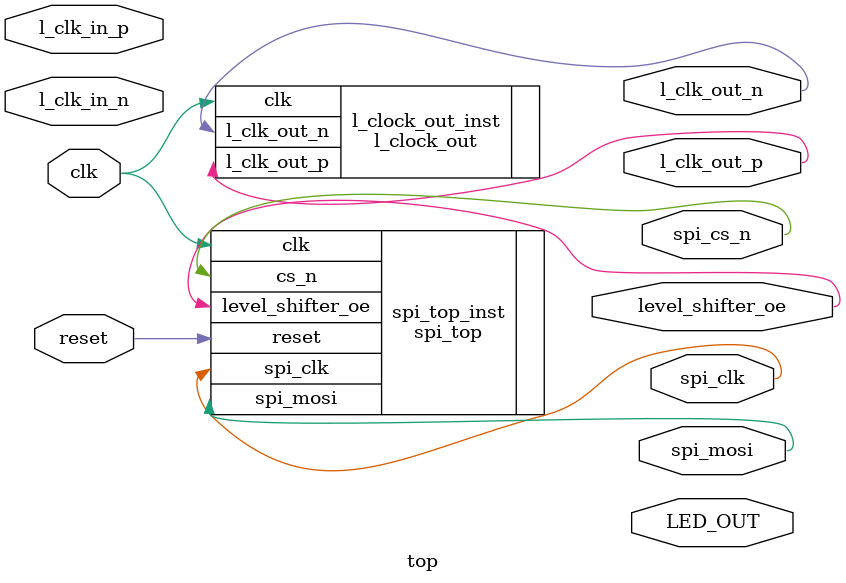
<source format=v>
`timescale 1ns / 1ps


module top(
    input wire clk,        // Input clock signal
    input wire reset,         // Reset signal
    input wire l_clk_in_p,    // Positive LVDS clock output
    input wire l_clk_in_n,     // Negative LVDS clock output  
    output wire l_clk_out_p,    // Positive LVDS clock input
    output wire l_clk_out_n,     // Negative LVDS clock input
    //output wire lvds_output,
    output wire LED_OUT,
    
    output wire spi_cs_n,
    output wire spi_mosi,
    output wire spi_clk,
    output wire level_shifter_oe
    );
    //wire lvds_output;
    
    spi_top spi_top_inst (
    //ToggleOutput ToggleOutput_inst (
    .clk(clk),
    .reset(reset),
    .cs_n(spi_cs_n),
    .spi_mosi(spi_mosi),
    .spi_clk(spi_clk),
    .level_shifter_oe(level_shifter_oe));
    
    l_clock_out l_clock_out_inst (
    .clk(clk),    // Connecting input port 'a' to in1
    .l_clk_out_p(l_clk_out_p),    // Connecting output port 'y' to out1
    .l_clk_out_n(l_clk_out_n));
        
        
    l_clock_in l_clock_in_inst (
    .l_clk_in_p(l_clk_in_p),    // Connecting output port 'y' to out1
    .l_clk_in_n(l_clk_in_n),
    .lvds_output(lvds_output));
/*
    LED_wrapper led_wrapper_inst (
    .CLK(lvds_output),
    .LED_OUT(LED_OUT));
    
*/
    
endmodule

</source>
